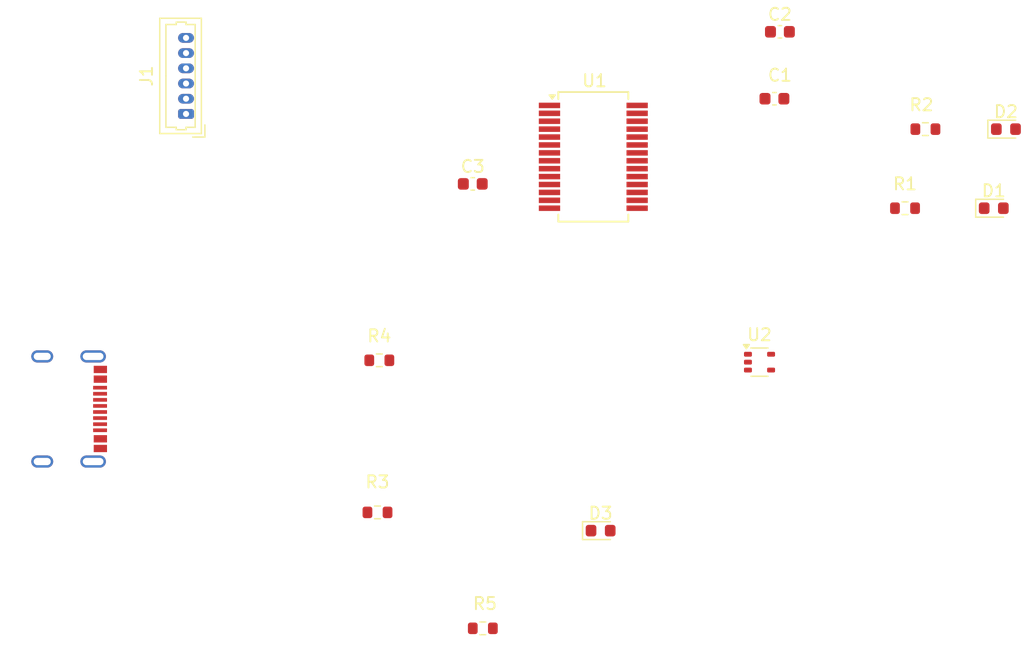
<source format=kicad_pcb>
(kicad_pcb (version 20240108) (generator "pcbnew") (generator_version "8.0")
  (layers (0 "F.Cu" signal) (31 "B.Cu" signal) (34 "B.Paste" user) (35 "F.Paste" user) (36 "B.SilkS" user "B.Silkscreen") (37 "F.SilkS" user "F.Silkscreen") (38 "B.Mask" user) (39 "F.Mask" user) (44 "Edge.Cuts" user))
  (net 0 "")
  (net 1 "GND")
  (net 2 "+5V")
  (net 3 "+3.3V")
  (net 4 "Net-(D1-K)")
  (net 5 "Net-(D2-K)")
  (net 6 "Net-(D3-A)")
  (net 7 "TXD")
  (net 8 "RXD")
  (net 9 "Net-(J1-Pin_6)")
  (net 11 "USB_DP")
  (net 12 "Net-(J2-CC1)")
  (net 13 "USB_DM")
  (net 15 "Net-(J2-CC2)")
  (net 16 "Net-(U1-CBUS1)")
  (net 17 "Net-(U1-CBUS0)")
  (net 18 "Net-(U1-CBUS2)")
  (footprint "Resistor_SMD:R_0603_1608Metric" (layer "F.Cu") (at 124.675 89.5)
    (property "Reference" "R3" (at 0 -2.5 0) (layer "F.SilkS"))
    (property "Value" "5.1k")
    (fp_line (start -0.237258 -0.5225) (end 0.237258 -0.5225) (stroke (width 0.12)) (layer "F.SilkS"))
    (fp_line (start -0.237258 0.5225) (end 0.237258 0.5225) (stroke (width 0.12)) (layer "F.SilkS"))
    (pad "1" smd roundrect (at -0.825 0) (size 0.8 0.95) (layers "F.Cu" "F.Paste" "F.Mask") (net 15 "Net-(J2-CC2)"))
    (pad "2" smd roundrect (at 0.825 0) (size 0.8 0.95) (layers "F.Cu" "F.Paste" "F.Mask") (net 1 "GND"))
  )
  (footprint "Package_SO:SSOP-28_5.3x10.2mm_P0.65mm" (layer "F.Cu") (at 142.4 60.275)
    (property "Reference" "U1" (at 0.1 -6.25 0) (layer "F.SilkS"))
    (property "Value" "FT232RL")
    (fp_line (start -2.875 -5.325) (end -2.875 -4.75) (stroke (width 0.15)) (layer "F.SilkS"))
    (fp_line (start -2.875 -5.325) (end 2.875 -5.325) (stroke (width 0.15)) (layer "F.SilkS"))
    (fp_line (start -2.875 4.75) (end -2.875 5.325) (stroke (width 0.15)) (layer "F.SilkS"))
    (fp_line (start -2.875 5.325) (end 2.875 5.325) (stroke (width 0.15)) (layer "F.SilkS"))
    (fp_line (start 2.875 -5.325) (end 2.875 -4.75) (stroke (width 0.15)) (layer "F.SilkS"))
    (fp_line (start 2.875 4.75) (end 2.875 5.325) (stroke (width 0.15)) (layer "F.SilkS"))
    (fp_poly (pts (xy -3.375 -4.75) (xy -3.615 -5.08) (xy -3.135 -5.08) (xy -3.375 -4.75)) (stroke (width 0.12)) (fill solid) (layer "F.SilkS"))
    (pad "1" smd rect (at -3.6 -4.225) (size 1.75 0.45) (layers "F.Cu" "F.Paste" "F.Mask") (net 7 "TXD"))
    (pad "2" smd rect (at -3.6 -3.575) (size 1.75 0.45) (layers "F.Cu" "F.Paste" "F.Mask"))
    (pad "3" smd rect (at -3.6 -2.925) (size 1.75 0.45) (layers "F.Cu" "F.Paste" "F.Mask"))
    (pad "4" smd rect (at -3.6 -2.275) (size 1.75 0.45) (layers "F.Cu" "F.Paste" "F.Mask") (net 3 "+3.3V"))
    (pad "5" smd rect (at -3.6 -1.625) (size 1.75 0.45) (layers "F.Cu" "F.Paste" "F.Mask") (net 8 "RXD"))
    (pad "6" smd rect (at -3.6 -0.975) (size 1.75 0.45) (layers "F.Cu" "F.Paste" "F.Mask"))
    (pad "7" smd rect (at -3.6 -0.325) (size 1.75 0.45) (layers "F.Cu" "F.Paste" "F.Mask") (net 1 "GND"))
    (pad "8" smd rect (at -3.6 0.325) (size 1.75 0.45) (layers "F.Cu" "F.Paste" "F.Mask"))
    (pad "9" smd rect (at -3.6 0.975) (size 1.75 0.45) (layers "F.Cu" "F.Paste" "F.Mask"))
    (pad "10" smd rect (at -3.6 1.625) (size 1.75 0.45) (layers "F.Cu" "F.Paste" "F.Mask"))
    (pad "11" smd rect (at -3.6 2.275) (size 1.75 0.45) (layers "F.Cu" "F.Paste" "F.Mask"))
    (pad "12" smd rect (at -3.6 2.925) (size 1.75 0.45) (layers "F.Cu" "F.Paste" "F.Mask"))
    (pad "13" smd rect (at -3.6 3.575) (size 1.75 0.45) (layers "F.Cu" "F.Paste" "F.Mask") (net 18 "Net-(U1-CBUS2)"))
    (pad "14" smd rect (at -3.6 4.225) (size 1.75 0.45) (layers "F.Cu" "F.Paste" "F.Mask"))
    (pad "15" smd rect (at 3.6 4.225) (size 1.75 0.45) (layers "F.Cu" "F.Paste" "F.Mask") (net 11 "USB_DP"))
    (pad "16" smd rect (at 3.6 3.575) (size 1.75 0.45) (layers "F.Cu" "F.Paste" "F.Mask") (net 13 "USB_DM"))
    (pad "17" smd rect (at 3.6 2.925) (size 1.75 0.45) (layers "F.Cu" "F.Paste" "F.Mask") (net 3 "+3.3V"))
    (pad "18" smd rect (at 3.6 2.275) (size 1.75 0.45) (layers "F.Cu" "F.Paste" "F.Mask") (net 1 "GND"))
    (pad "19" smd rect (at 3.6 1.625) (size 1.75 0.45) (layers "F.Cu" "F.Paste" "F.Mask"))
    (pad "20" smd rect (at 3.6 0.975) (size 1.75 0.45) (layers "F.Cu" "F.Paste" "F.Mask") (net 2 "+5V"))
    (pad "21" smd rect (at 3.6 0.325) (size 1.75 0.45) (layers "F.Cu" "F.Paste" "F.Mask") (net 1 "GND"))
    (pad "22" smd rect (at 3.6 -0.325) (size 1.75 0.45) (layers "F.Cu" "F.Paste" "F.Mask") (net 16 "Net-(U1-CBUS1)"))
    (pad "23" smd rect (at 3.6 -0.975) (size 1.75 0.45) (layers "F.Cu" "F.Paste" "F.Mask") (net 17 "Net-(U1-CBUS0)"))
    (pad "24" smd rect (at 3.6 -1.625) (size 1.75 0.45) (layers "F.Cu" "F.Paste" "F.Mask"))
    (pad "25" smd rect (at 3.6 -2.275) (size 1.75 0.45) (layers "F.Cu" "F.Paste" "F.Mask") (net 1 "GND"))
    (pad "26" smd rect (at 3.6 -2.925) (size 1.75 0.45) (layers "F.Cu" "F.Paste" "F.Mask") (net 1 "GND"))
    (pad "27" smd rect (at 3.6 -3.575) (size 1.75 0.45) (layers "F.Cu" "F.Paste" "F.Mask"))
    (pad "28" smd rect (at 3.6 -4.225) (size 1.75 0.45) (layers "F.Cu" "F.Paste" "F.Mask"))
  )
  (footprint "Resistor_SMD:R_0603_1608Metric" (layer "F.Cu") (at 168 64.5)
    (property "Reference" "R1" (at 0 -2 0) (layer "F.SilkS"))
    (property "Value" "R")
    (fp_line (start -0.237258 -0.5225) (end 0.237258 -0.5225) (stroke (width 0.12)) (layer "F.SilkS"))
    (fp_line (start -0.237258 0.5225) (end 0.237258 0.5225) (stroke (width 0.12)) (layer "F.SilkS"))
    (pad "1" smd roundrect (at -0.825 0) (size 0.8 0.95) (layers "F.Cu" "F.Paste" "F.Mask") (net 4 "Net-(D1-K)"))
    (pad "2" smd roundrect (at 0.825 0) (size 0.8 0.95) (layers "F.Cu" "F.Paste" "F.Mask") (net 16 "Net-(U1-CBUS1)"))
  )
  (footprint "Capacitor_SMD:C_0603_1608Metric" (layer "F.Cu") (at 132.5 62.5)
    (property "Reference" "C3" (at 0 -1.43 0) (layer "F.SilkS"))
    (property "Value" "100nF")
    (fp_line (start -0.14058 -0.51) (end 0.14058 -0.51) (stroke (width 0.12)) (layer "F.SilkS"))
    (fp_line (start -0.14058 0.51) (end 0.14058 0.51) (stroke (width 0.12)) (layer "F.SilkS"))
    (pad "1" smd roundrect (at -0.775 0) (size 0.9 0.95) (layers "F.Cu" "F.Paste" "F.Mask") (net 3 "+3.3V"))
    (pad "2" smd roundrect (at 0.775 0) (size 0.9 0.95) (layers "F.Cu" "F.Paste" "F.Mask") (net 1 "GND"))
  )
  (footprint "Connector_Molex:Molex_PicoBlade_53047-0610_1x06_P1.25mm_Vertical" (layer "F.Cu") (at 108.95 56.75 90)
    (property "Reference" "J1" (at 3.12 -3.25 90) (layer "F.SilkS"))
    (property "Value" "Conn_01x06_Pin")
    (fp_line (start 7.86 -2.16) (end -1.61 -2.16) (stroke (width 0.12)) (layer "F.SilkS"))
    (fp_line (start -1.61 -2.16) (end -1.61 1.26) (stroke (width 0.12)) (layer "F.SilkS"))
    (fp_line (start 7.35 -1.65) (end 3.125 -1.65) (stroke (width 0.12)) (layer "F.SilkS"))
    (fp_line (start -1.1 -1.65) (end 3.125 -1.65) (stroke (width 0.12)) (layer "F.SilkS"))
    (fp_line (start 7.55 -0.8) (end 7.35 -0.8) (stroke (width 0.12)) (layer "F.SilkS"))
    (fp_line (start 7.35 -0.8) (end 7.35 -1.65) (stroke (width 0.12)) (layer "F.SilkS"))
    (fp_line (start -1.1 -0.8) (end -1.1 -1.65) (stroke (width 0.12)) (layer "F.SilkS"))
    (fp_line (start -1.3 -0.8) (end -1.1 -0.8) (stroke (width 0.12)) (layer "F.SilkS"))
    (fp_line (start 7.55 0) (end 7.55 -0.8) (stroke (width 0.12)) (layer "F.SilkS"))
    (fp_line (start 7.35 0) (end 7.55 0) (stroke (width 0.12)) (layer "F.SilkS"))
    (fp_line (start -1.1 0) (end -1.3 0) (stroke (width 0.12)) (layer "F.SilkS"))
    (fp_line (start -1.3 0) (end -1.3 -0.8) (stroke (width 0.12)) (layer "F.SilkS"))
    (fp_line (start 7.35 0.75) (end 7.35 0) (stroke (width 0.12)) (layer "F.SilkS"))
    (fp_line (start 3.125 0.75) (end 7.35 0.75) (stroke (width 0.12)) (layer "F.SilkS"))
    (fp_line (start 3.125 0.75) (end -1.1 0.75) (stroke (width 0.12)) (layer "F.SilkS"))
    (fp_line (start -1.1 0.75) (end -1.1 0) (stroke (width 0.12)) (layer "F.SilkS"))
    (fp_line (start 7.86 1.26) (end 7.86 -2.16) (stroke (width 0.12)) (layer "F.SilkS"))
    (fp_line (start -1.61 1.26) (end 7.86 1.26) (stroke (width 0.12)) (layer "F.SilkS"))
    (fp_line (start -1.9 1.55) (end -1.9 0.55) (stroke (width 0.12)) (layer "F.SilkS"))
    (fp_line (start -1.9 1.55) (end -0.9 1.55) (stroke (width 0.12)) (layer "F.SilkS"))
    (pad "1" thru_hole roundrect (at 0 0 90) (size 0.8 1.3) (drill 0.5) (layers "*.Cu" "*.Mask") (net 1 "GND"))
    (pad "2" thru_hole oval (at 1.25 0 90) (size 0.8 1.3) (drill 0.5) (layers "*.Cu" "*.Mask") (net 3 "+3.3V"))
    (pad "3" thru_hole oval (at 2.5 0 90) (size 0.8 1.3) (drill 0.5) (layers "*.Cu" "*.Mask") (net 2 "+5V"))
    (pad "4" thru_hole oval (at 3.75 0 90) (size 0.8 1.3) (drill 0.5) (layers "*.Cu" "*.Mask") (net 7 "TXD"))
    (pad "5" thru_hole oval (at 5 0 90) (size 0.8 1.3) (drill 0.5) (layers "*.Cu" "*.Mask") (net 8 "RXD"))
    (pad "6" thru_hole oval (at 6.25 0 90) (size 0.8 1.3) (drill 0.5) (layers "*.Cu" "*.Mask") (net 9 "Net-(J1-Pin_6)"))
  )
  (footprint "Capacitor_SMD:C_0603_1608Metric" (layer "F.Cu") (at 157.725 50)
    (property "Reference" "C2" (at 0 -1.43 0) (layer "F.SilkS"))
    (property "Value" "100nF")
    (fp_line (start -0.14058 -0.51) (end 0.14058 -0.51) (stroke (width 0.12)) (layer "F.SilkS"))
    (fp_line (start -0.14058 0.51) (end 0.14058 0.51) (stroke (width 0.12)) (layer "F.SilkS"))
    (pad "1" smd roundrect (at -0.775 0) (size 0.9 0.95) (layers "F.Cu" "F.Paste" "F.Mask") (net 2 "+5V"))
    (pad "2" smd roundrect (at 0.775 0) (size 0.9 0.95) (layers "F.Cu" "F.Paste" "F.Mask") (net 1 "GND"))
  )
  (footprint "Capacitor_SMD:C_0603_1608Metric" (layer "F.Cu") (at 157.275 55.5)
    (property "Reference" "C1" (at 0.45 -1.93 0) (layer "F.SilkS"))
    (property "Value" "47nF")
    (fp_line (start -0.14058 -0.51) (end 0.14058 -0.51) (stroke (width 0.12)) (layer "F.SilkS"))
    (fp_line (start -0.14058 0.51) (end 0.14058 0.51) (stroke (width 0.12)) (layer "F.SilkS"))
    (pad "1" smd roundrect (at -0.775 0) (size 0.9 0.95) (layers "F.Cu" "F.Paste" "F.Mask") (net 2 "+5V"))
    (pad "2" smd roundrect (at 0.775 0) (size 0.9 0.95) (layers "F.Cu" "F.Paste" "F.Mask") (net 1 "GND"))
  )
  (footprint "Resistor_SMD:R_0603_1608Metric" (layer "F.Cu") (at 124.825 77)
    (property "Reference" "R4" (at 0 -2 0) (layer "F.SilkS"))
    (property "Value" "5.1k")
    (fp_line (start -0.237258 -0.5225) (end 0.237258 -0.5225) (stroke (width 0.12)) (layer "F.SilkS"))
    (fp_line (start -0.237258 0.5225) (end 0.237258 0.5225) (stroke (width 0.12)) (layer "F.SilkS"))
    (pad "1" smd roundrect (at -0.825 0) (size 0.8 0.95) (layers "F.Cu" "F.Paste" "F.Mask") (net 12 "Net-(J2-CC1)"))
    (pad "2" smd roundrect (at 0.825 0) (size 0.8 0.95) (layers "F.Cu" "F.Paste" "F.Mask") (net 1 "GND"))
  )
  (footprint "Package_TO_SOT_SMD:SOT-353_SC-70-5" (layer "F.Cu") (at 156.05 77.15)
    (property "Reference" "U2" (at 0 -2.25 0) (layer "F.SilkS"))
    (property "Value" "74LVC1GU04")
    (fp_line (start -0.71 -1.16) (end 0.7 -1.16) (stroke (width 0.12)) (layer "F.SilkS"))
    (fp_line (start -0.7 1.16) (end 0.7 1.16) (stroke (width 0.12)) (layer "F.SilkS"))
    (fp_poly (pts (xy -1.08 -1.11) (xy -1.32 -1.44) (xy -0.84 -1.44) (xy -1.08 -1.11)) (stroke (width 0.12)) (fill solid) (layer "F.SilkS"))
    (pad "1" smd roundrect (at -0.95 -0.65) (size 0.65 0.4) (layers "F.Cu" "F.Paste" "F.Mask"))
    (pad "2" smd roundrect (at -0.95 0) (size 0.65 0.4) (layers "F.Cu" "F.Paste" "F.Mask") (net 18 "Net-(U1-CBUS2)"))
    (pad "3" smd roundrect (at -0.95 0.65) (size 0.65 0.4) (layers "F.Cu" "F.Paste" "F.Mask") (net 1 "GND"))
    (pad "4" smd roundrect (at 0.95 0.65) (size 0.65 0.4) (layers "F.Cu" "F.Paste" "F.Mask") (net 9 "Net-(J1-Pin_6)"))
    (pad "5" smd roundrect (at 0.95 -0.65) (size 0.65 0.4) (layers "F.Cu" "F.Paste" "F.Mask") (net 3 "+3.3V"))
  )
  (footprint "LED_SMD:LED_0603_1608Metric" (layer "F.Cu") (at 176.2875 58)
    (property "Reference" "D2" (at 0 -1.43 0) (layer "F.SilkS"))
    (property "Value" "LED")
    (fp_line (start -1.485 -0.735) (end -1.485 0.735) (stroke (width 0.12)) (layer "F.SilkS"))
    (fp_line (start -1.485 0.735) (end 0.8 0.735) (stroke (width 0.12)) (layer "F.SilkS"))
    (fp_line (start 0.8 -0.735) (end -1.485 -0.735) (stroke (width 0.12)) (layer "F.SilkS"))
    (pad "1" smd roundrect (at -0.7875 0) (size 0.875 0.95) (layers "F.Cu" "F.Paste" "F.Mask") (net 5 "Net-(D2-K)"))
    (pad "2" smd roundrect (at 0.7875 0) (size 0.875 0.95) (layers "F.Cu" "F.Paste" "F.Mask") (net 3 "+3.3V"))
  )
  (footprint "LED_SMD:LED_0603_1608Metric" (layer "F.Cu") (at 175.2875 64.5)
    (property "Reference" "D1" (at 0 -1.43 0) (layer "F.SilkS"))
    (property "Value" "LED")
    (fp_line (start -1.485 -0.735) (end -1.485 0.735) (stroke (width 0.12)) (layer "F.SilkS"))
    (fp_line (start -1.485 0.735) (end 0.8 0.735) (stroke (width 0.12)) (layer "F.SilkS"))
    (fp_line (start 0.8 -0.735) (end -1.485 -0.735) (stroke (width 0.12)) (layer "F.SilkS"))
    (pad "1" smd roundrect (at -0.7875 0) (size 0.875 0.95) (layers "F.Cu" "F.Paste" "F.Mask") (net 4 "Net-(D1-K)"))
    (pad "2" smd roundrect (at 0.7875 0) (size 0.875 0.95) (layers "F.Cu" "F.Paste" "F.Mask") (net 3 "+3.3V"))
  )
  (footprint "LED_SMD:LED_0603_1608Metric" (layer "F.Cu") (at 143 91)
    (property "Reference" "D3" (at 0 -1.43 0) (layer "F.SilkS"))
    (property "Value" "LED")
    (fp_line (start -1.485 -0.735) (end -1.485 0.735) (stroke (width 0.12)) (layer "F.SilkS"))
    (fp_line (start -1.485 0.735) (end 0.8 0.735) (stroke (width 0.12)) (layer "F.SilkS"))
    (fp_line (start 0.8 -0.735) (end -1.485 -0.735) (stroke (width 0.12)) (layer "F.SilkS"))
    (pad "1" smd roundrect (at -0.7875 0) (size 0.875 0.95) (layers "F.Cu" "F.Paste" "F.Mask") (net 1 "GND"))
    (pad "2" smd roundrect (at 0.7875 0) (size 0.875 0.95) (layers "F.Cu" "F.Paste" "F.Mask") (net 6 "Net-(D3-A)"))
  )
  (footprint "Resistor_SMD:R_0603_1608Metric" (layer "F.Cu") (at 169.675 58)
    (property "Reference" "R2" (at -0.325 -2 0) (layer "F.SilkS"))
    (property "Value" "R")
    (fp_line (start -0.237258 -0.5225) (end 0.237258 -0.5225) (stroke (width 0.12)) (layer "F.SilkS"))
    (fp_line (start -0.237258 0.5225) (end 0.237258 0.5225) (stroke (width 0.12)) (layer "F.SilkS"))
    (pad "1" smd roundrect (at -0.825 0) (size 0.8 0.95) (layers "F.Cu" "F.Paste" "F.Mask") (net 17 "Net-(U1-CBUS0)"))
    (pad "2" smd roundrect (at 0.825 0) (size 0.8 0.95) (layers "F.Cu" "F.Paste" "F.Mask") (net 5 "Net-(D2-K)"))
  )
  (footprint "Resistor_SMD:R_0603_1608Metric" (layer "F.Cu") (at 133.325 99.03)
    (property "Reference" "R5" (at 0.175 -2.03 0) (layer "F.SilkS"))
    (property "Value" "500")
    (fp_line (start -0.237258 -0.5225) (end 0.237258 -0.5225) (stroke (width 0.12)) (layer "F.SilkS"))
    (fp_line (start -0.237258 0.5225) (end 0.237258 0.5225) (stroke (width 0.12)) (layer "F.SilkS"))
    (pad "1" smd roundrect (at -0.825 0) (size 0.8 0.95) (layers "F.Cu" "F.Paste" "F.Mask") (net 2 "+5V"))
    (pad "2" smd roundrect (at 0.825 0) (size 0.8 0.95) (layers "F.Cu" "F.Paste" "F.Mask") (net 6 "Net-(D3-A)"))
  )
  (footprint "ENAC_robotique:USB-C_HRO_C-31-M-12" (layer "F.Cu") (at 97.14 81 -90)
    (property "Reference" "J2")
    (property "Value" "USB-C_12pin")
    (pad "" np_thru_hole circle (at -2.89 -3.68 90) (size 0.6 0.6) (drill 0.6) (layers "F&B.Cu" "*.Mask"))
    (pad "" np_thru_hole circle (at 2.89 -3.68 90) (size 0.6 0.6) (drill 0.6) (layers "F&B.Cu" "*.Mask"))
    (pad "A1-B12" smd rect (at -3.25 -4.775 270) (size 0.6 1.09) (layers "F.Cu" "F.Paste" "F.Mask") (net 1 "GND"))
    (pad "A4-B9" smd rect (at -2.45 -4.775 270) (size 0.6 1.09) (layers "F.Cu" "F.Paste" "F.Mask") (net 2 "+5V"))
    (pad "A5" smd rect (at -1.25 -4.75 270) (size 0.3 1.14) (layers "F.Cu" "F.Paste" "F.Mask") (net 12 "Net-(J2-CC1)"))
    (pad "A6" smd rect (at -0.25 -4.75 270) (size 0.3 1.14) (layers "F.Cu" "F.Paste" "F.Mask") (net 11 "USB_DP"))
    (pad "A7" smd rect (at 0.25 -4.75 270) (size 0.3 1.14) (layers "F.Cu" "F.Paste" "F.Mask") (net 13 "USB_DM"))
    (pad "A8" smd rect (at 1.25 -4.75 270) (size 0.3 1.14) (layers "F.Cu" "F.Paste" "F.Mask"))
    (pad "B1-A12" smd rect (at 3.25 -4.775 270) (size 0.6 1.09) (layers "F.Cu" "F.Paste" "F.Mask") (net 1 "GND"))
    (pad "B4-A9" smd rect (at 2.45 -4.775 270) (size 0.6 1.09) (layers "F.Cu" "F.Paste" "F.Mask") (net 2 "+5V"))
    (pad "B5" smd rect (at 1.75 -4.75 270) (size 0.3 1.14) (layers "F.Cu" "F.Paste" "F.Mask") (net 15 "Net-(J2-CC2)"))
    (pad "B6" smd rect (at 0.75 -4.75 270) (size 0.3 1.14) (layers "F.Cu" "F.Paste" "F.Mask") (net 11 "USB_DP"))
    (pad "B7" smd rect (at -0.75 -4.75 270) (size 0.3 1.14) (layers "F.Cu" "F.Paste" "F.Mask") (net 13 "USB_DM"))
    (pad "B8" smd rect (at -1.75 -4.75 270) (size 0.3 1.14) (layers "F.Cu" "F.Paste" "F.Mask"))
    (pad "S" thru_hole oval (at -4.32 -4.18 270) (size 1 2.1) (drill oval 0.6 1.7) (layers "*.Cu" "*.Mask" "F.Paste") (net 1 "GND"))
    (pad "S" thru_hole oval (at -4.32 0 270) (size 1 1.8) (drill oval 0.6 1.4) (layers "*.Cu" "*.Mask" "F.Paste") (net 1 "GND"))
    (pad "S" thru_hole oval (at 4.32 -4.18 270) (size 1 2.1) (drill oval 0.6 1.7) (layers "*.Cu" "*.Mask" "F.Paste") (net 1 "GND"))
    (pad "S" thru_hole oval (at 4.32 0 270) (size 1 1.8) (drill oval 0.6 1.4) (layers "*.Cu" "*.Mask" "F.Paste") (net 1 "GND"))
  )
)
</source>
